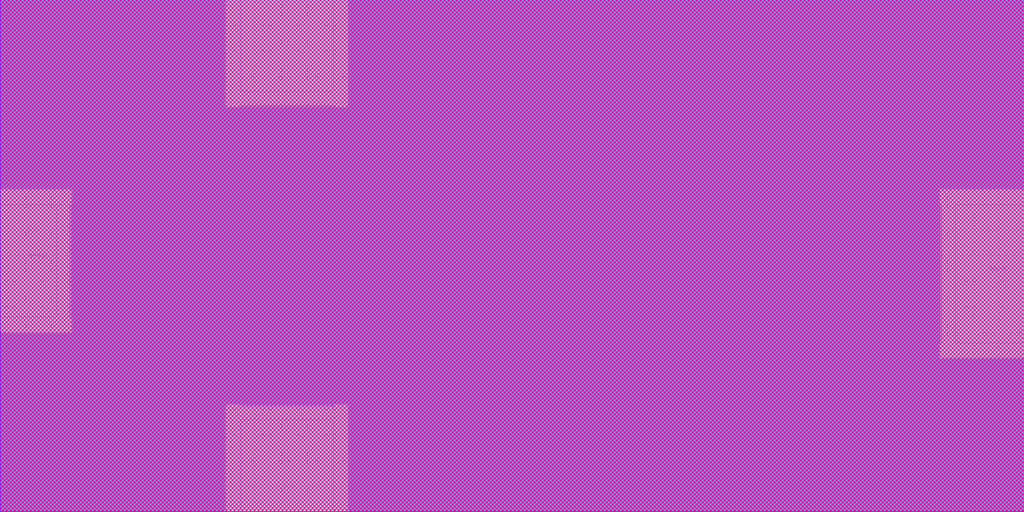
<source format=lef>
VERSION 5.7 ;
BUSBITCHARS "[]" ;
DIVIDERCHAR "/" ;

MACRO test
  CLASS BLOCK ;
  ORIGIN 0 0 ;
  FOREIGN test 0 0 ;
  SIZE 20 BY 10 ;
  SYMMETRY X Y R90 ;
  PIN avdd
    DIRECTION INOUT ;
    USE POWER ;
    PORT
      LAYER ME1 ;
        RECT 0 3.8 1.1 6 ;
    END
  END avdd
  PIN agnd
    DIRECTION INOUT ;
    USE GROUND ;
    PORT
      LAYER ME1 ;
        RECT 18.65 3.3 20 6 ;
    END
  END agnd
  PIN x
    DIRECTION INOUT ;
    USE SIGNAL ;
    PORT
      LAYER ME1 ;
        RECT 4.7 8.2 6.5 10 ;
    END
    PORT
      LAYER ME1 ;
        RECT 4.7 0 6.5 1.8 ;
    END
  END x
  OBS
    LAYER ME1 ;
      RECT 17.9 3.3 18.39 6 ;
      RECT 4.7 2.06 6.5 7.94 ;
      RECT 1.36 3.8 1.5 6 ;
    LAYER ME1 SPACING 0.16 ;
      RECT 6.82 6.32 20 10 ;
      RECT 0 6.32 4.38 10 ;
      RECT 1.42 2.12 18.33 7.88 ;
      RECT 0 0 4.38 3.48 ;
      RECT 6.82 0 20 2.98 ;
    LAYER ME2 SPACING 0.2 ;
      RECT 6.8 6.3 20 10 ;
      RECT 0 6.3 4.4 10 ;
      RECT 1.4 2.1 18.35 7.9 ;
      RECT 0 0 4.4 3.5 ;
      RECT 6.8 0 20 3 ;
    LAYER ME3 SPACING 0.2 ;
      RECT 0 0 20 10 ;
    LAYER ME4 SPACING 0.2 ;
      RECT 0 0 20 10 ;
    LAYER ME5 SPACING 0.2 ;
      RECT 0 0 20 10 ;
    LAYER ME6 SPACING 0.2 ;
      RECT 0 0 20 10 ;
    LAYER ME7 SPACING 0.4 ;
      RECT 0 0 20 10 ;
    LAYER ME8 SPACING 1.5 ;
      RECT 0 0 20 10 ;
  END
END test

END LIBRARY

</source>
